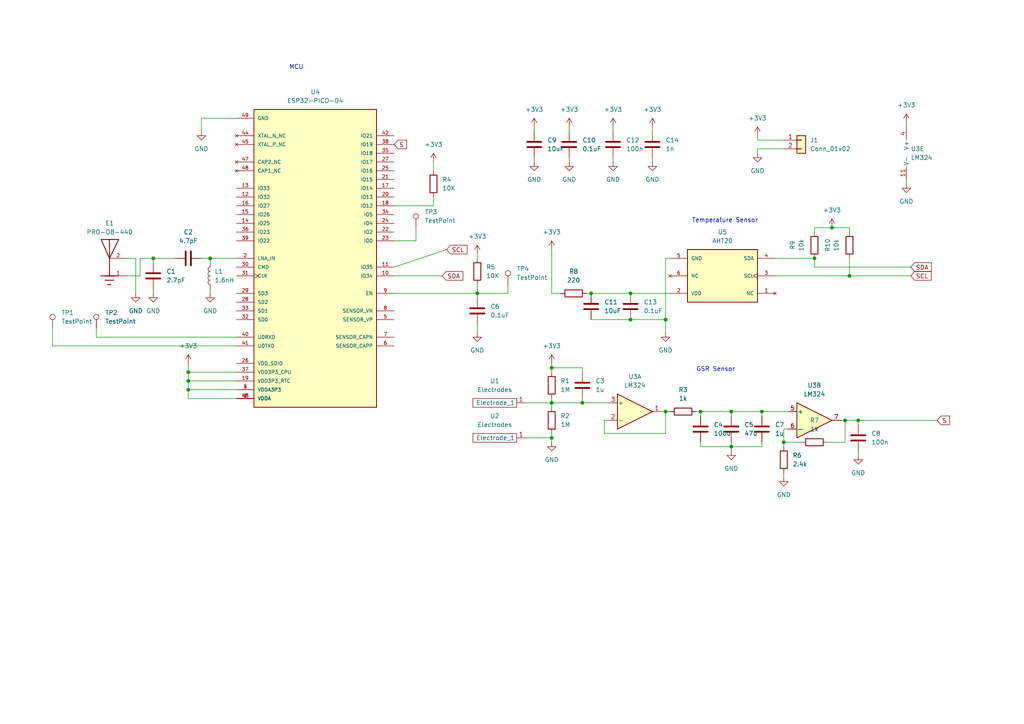
<source format=kicad_sch>
(kicad_sch (version 20211123) (generator eeschema)
  (paper "A4")
  (lib_symbols
    (symbol "Amplifier_Operational:LM324" (pin_names (offset 0.127))
      (property "Reference" "U" (at 0 5.08 0))
      (property "Value" "LM324" (at 0 -5.08 0))
      (symbol "LM324_1_1"
        (polyline (pts (xy -5.08 5.08) (xy 5.08 0) (xy -5.08 -5.08) (xy -5.08 5.08)) (stroke (width 0.254)) (fill (type background)))
        (pin output line (at 7.62 0 180) (length 2.54) (name "~") (number "1"))
        (pin input line (at -7.62 -2.54 0) (length 2.54) (name "-") (number "2"))
        (pin input line (at -7.62 2.54 0) (length 2.54) (name "+") (number "3"))
      )
      (symbol "LM324_2_1"
        (polyline (pts (xy -5.08 5.08) (xy 5.08 0) (xy -5.08 -5.08) (xy -5.08 5.08)) (stroke (width 0.254)) (fill (type background)))
        (pin input line (at -7.62 2.54 0) (length 2.54) (name "+") (number "5"))
        (pin input line (at -7.62 -2.54 0) (length 2.54) (name "-") (number "6"))
        (pin output line (at 7.62 0 180) (length 2.54) (name "~") (number "7"))
      )
      (symbol "LM324_3_1"
        (polyline (pts (xy -5.08 5.08) (xy 5.08 0) (xy -5.08 -5.08) (xy -5.08 5.08)) (stroke (width 0.254)) (fill (type background)))
        (pin input line (at -7.62 2.54 0) (length 2.54) (name "+") (number "10"))
        (pin output line (at 7.62 0 180) (length 2.54) (name "~") (number "8"))
        (pin input line (at -7.62 -2.54 0) (length 2.54) (name "-") (number "9"))
      )
      (symbol "LM324_4_1"
        (polyline (pts (xy -5.08 5.08) (xy 5.08 0) (xy -5.08 -5.08) (xy -5.08 5.08)) (stroke (width 0.254)) (fill (type background)))
        (pin input line (at -7.62 2.54 0) (length 2.54) (name "+") (number "12"))
        (pin input line (at -7.62 -2.54 0) (length 2.54) (name "-") (number "13"))
        (pin output line (at 7.62 0 180) (length 2.54) (name "~") (number "14"))
      )
      (symbol "LM324_5_1"
        (pin power_in line (at -2.54 -7.62 90) (length 3.81) (name "V-") (number "11"))
        (pin power_in line (at -2.54 7.62 270) (length 3.81) (name "V+") (number "4"))
      )
    )
    (symbol "Antenna_440:PRO-OB-440" (pin_names (offset 1.016) hide)
      (property "Reference" "E" (at 2.794 3.302 0))
      (property "Value" "PRO-OB-440" (at 2.667 1.27 0))
      (symbol "PRO-OB-440_0_0"
        (polyline (pts (xy -2.667 5.461) (xy 0 5.461)) (stroke (width 0.254)))
        (polyline (pts (xy -2.54 -5.08) (xy 2.54 -5.08)) (stroke (width 0.254)))
        (polyline (pts (xy -1.27 -6.35) (xy 1.27 -6.35)) (stroke (width 0.254)))
        (polyline (pts (xy -0.381 -7.62) (xy 0.508 -7.62)) (stroke (width 0.254)))
        (polyline (pts (xy 0 -5.08) (xy -1.27 -5.08)) (stroke (width 0.254)))
        (polyline (pts (xy 0 -5.08) (xy 1.27 -5.08)) (stroke (width 0.254)))
        (polyline (pts (xy 0 0) (xy -2.667 5.461)) (stroke (width 0.254)))
        (polyline (pts (xy 0 0) (xy 0 -5.08)) (stroke (width 0.254)))
        (polyline (pts (xy 0 5.461) (xy 0 0)) (stroke (width 0.254)))
        (polyline (pts (xy 0 5.461) (xy 2.413 5.461)) (stroke (width 0.254)))
        (polyline (pts (xy 2.413 5.461) (xy 0 0)) (stroke (width 0.254)))
        (pin power_in line (at -5.08 -5.08 0) (length 5.08) (name "~") (number "1"))
        (pin input line (at -5.08 0 0) (length 5.08) (name "~") (number "2"))
      )
    )
    (symbol "Connector:TestPoint" (pin_numbers hide) (pin_names (offset 0.762) hide)
      (property "Reference" "TP" (at 0 6.858 0))
      (property "Value" "TestPoint" (at 0 5.08 0))
      (symbol "TestPoint_0_1"
        (circle (center 0 3.302) (radius 0.762))
      )
      (symbol "TestPoint_1_1"
        (pin passive line (at 0 0 90) (length 2.54) (name "1") (number "1"))
      )
    )
    (symbol "Connector_Generic:Conn_01x02" (pin_names (offset 1.016) hide)
      (property "Reference" "J" (at 0 2.54 0))
      (property "Value" "Conn_01x02" (at 0 -5.08 0))
      (symbol "Conn_01x02_1_1"
        (rectangle (start -1.27 -2.413) (end 0 -2.667) (stroke (width 0.1524)))
        (rectangle (start -1.27 0.127) (end 0 -0.127) (stroke (width 0.1524)))
        (rectangle (start -1.27 1.27) (end 1.27 -3.81) (stroke (width 0.254)) (fill (type background)))
        (pin passive line (at -5.08 0 0) (length 3.81) (name "Pin_1") (number "1"))
        (pin passive line (at -5.08 -2.54 0) (length 3.81) (name "Pin_2") (number "2"))
      )
    )
    (symbol "Device:C" (pin_numbers hide) (pin_names (offset 0.254))
      (property "Reference" "C" (at 0.635 2.54 0))
      (property "Value" "C" (at 0.635 -2.54 0))
      (symbol "C_0_1"
        (polyline (pts (xy -2.032 -0.762) (xy 2.032 -0.762)) (stroke (width 0.508)))
        (polyline (pts (xy -2.032 0.762) (xy 2.032 0.762)) (stroke (width 0.508)))
      )
      (symbol "C_1_1"
        (pin passive line (at 0 3.81 270) (length 2.794) (name "~") (number "1"))
        (pin passive line (at 0 -3.81 90) (length 2.794) (name "~") (number "2"))
      )
    )
    (symbol "Device:L" (pin_numbers hide) (pin_names (offset 1.016) hide)
      (property "Reference" "L" (at -1.27 0 90))
      (property "Value" "L" (at 1.905 0 90))
      (symbol "L_0_1"
        (arc (start 0 -2.54) (mid 0.635 -1.905) (end 0 -1.27))
        (arc (start 0 -1.27) (mid 0.635 -0.635) (end 0 0))
        (arc (start 0 0) (mid 0.635 0.635) (end 0 1.27))
        (arc (start 0 1.27) (mid 0.635 1.905) (end 0 2.54))
      )
      (symbol "L_1_1"
        (pin passive line (at 0 3.81 270) (length 1.27) (name "1") (number "1"))
        (pin passive line (at 0 -3.81 90) (length 1.27) (name "2") (number "2"))
      )
    )
    (symbol "Device:R" (pin_numbers hide) (pin_names (offset 0))
      (property "Reference" "R" (at 2.032 0 90))
      (property "Value" "R" (at 0 0 90))
      (symbol "R_0_1"
        (rectangle (start -1.016 -2.54) (end 1.016 2.54) (stroke (width 0.254)))
      )
      (symbol "R_1_1"
        (pin passive line (at 0 3.81 270) (length 1.27) (name "~") (number "1"))
        (pin passive line (at 0 -3.81 90) (length 1.27) (name "~") (number "2"))
      )
    )
    (symbol "Electrodes:Electrodes"
      (property "Reference" "U" (at -8.89 2.54 0))
      (property "Value" "Electrodes" (at 0 2.54 0))
      (symbol "Electrodes_0_1"
        (rectangle (start -11.43 -1.27) (end -11.43 1.27))
        (rectangle (start -11.43 1.27) (end -5.08 1.27))
        (rectangle (start -5.08 -1.27) (end -11.43 -1.27))
        (rectangle (start -5.08 -1.27) (end -1.27 -1.27))
        (rectangle (start -5.08 1.27) (end -1.27 1.27))
        (rectangle (start -1.27 -1.27) (end 1.27 -1.27))
        (rectangle (start -1.27 1.27) (end 1.27 1.27))
        (rectangle (start 1.27 1.27) (end 1.27 -1.27))
      )
      (symbol "Electrodes_1_1"
        (pin output line (at 3.81 0 180) (length 2.54) (name "Electrode_1") (number "1"))
      )
    )
    (symbol "MCU_ESP32:ESP32-PICO-D4" (pin_names (offset 1.016))
      (property "Reference" "U" (at -17.78 44.069 0))
      (property "Value" "ESP32-PICO-D4" (at -17.78 -45.72 0))
      (symbol "ESP32-PICO-D4_0_0"
        (rectangle (start -17.78 -43.18) (end 17.78 43.18) (stroke (width 0.254)) (fill (type background)))
        (pin power_in line (at 22.86 40.64 180) (length 5.08) (name "VDDA") (number "1"))
        (pin input line (at -22.86 5.08 0) (length 5.08) (name "IO34") (number "10"))
        (pin input line (at -22.86 2.54 0) (length 5.08) (name "IO35") (number "11"))
        (pin bidirectional line (at 22.86 -17.78 180) (length 5.08) (name "IO32") (number "12"))
        (pin bidirectional line (at 22.86 -20.32 180) (length 5.08) (name "IO33") (number "13"))
        (pin bidirectional line (at 22.86 -10.16 180) (length 5.08) (name "IO25") (number "14"))
        (pin bidirectional line (at 22.86 -12.7 180) (length 5.08) (name "IO26") (number "15"))
        (pin bidirectional line (at 22.86 -15.24 180) (length 5.08) (name "IO27") (number "16"))
        (pin bidirectional line (at -22.86 -20.32 0) (length 5.08) (name "IO14") (number "17"))
        (pin bidirectional line (at -22.86 -15.24 0) (length 5.08) (name "IO12") (number "18"))
        (pin power_in line (at 22.86 35.56 180) (length 5.08) (name "VDD3P3_RTC") (number "19"))
        (pin bidirectional line (at 22.86 0 180) (length 5.08) (name "LNA_IN") (number "2"))
        (pin bidirectional line (at -22.86 -17.78 0) (length 5.08) (name "IO13") (number "20"))
        (pin bidirectional line (at -22.86 -22.86 0) (length 5.08) (name "IO15") (number "21"))
        (pin bidirectional line (at -22.86 -7.62 0) (length 5.08) (name "IO2") (number "22"))
        (pin bidirectional line (at -22.86 -5.08 0) (length 5.08) (name "IO0") (number "23"))
        (pin bidirectional line (at -22.86 -10.16 0) (length 5.08) (name "IO4") (number "24"))
        (pin bidirectional line (at -22.86 -25.4 0) (length 5.08) (name "IO16") (number "25"))
        (pin power_in line (at 22.86 30.48 180) (length 5.08) (name "VDD_SDIO") (number "26"))
        (pin bidirectional line (at -22.86 -27.94 0) (length 5.08) (name "IO17") (number "27"))
        (pin bidirectional line (at 22.86 12.7 180) (length 5.08) (name "SD2") (number "28"))
        (pin bidirectional line (at 22.86 10.16 180) (length 5.08) (name "SD3") (number "29"))
        (pin power_in line (at 22.86 38.1 180) (length 5.08) (name "VDDA3P3") (number "3"))
        (pin bidirectional line (at 22.86 2.54 180) (length 5.08) (name "CMD") (number "30"))
        (pin bidirectional clock (at 22.86 5.08 180) (length 5.08) (name "CLK") (number "31"))
        (pin bidirectional line (at 22.86 17.78 180) (length 5.08) (name "SD0") (number "32"))
        (pin bidirectional line (at 22.86 15.24 180) (length 5.08) (name "SD1") (number "33"))
        (pin bidirectional line (at -22.86 -12.7 0) (length 5.08) (name "IO5") (number "34"))
        (pin bidirectional line (at -22.86 -30.48 0) (length 5.08) (name "IO18") (number "35"))
        (pin bidirectional line (at 22.86 -7.62 180) (length 5.08) (name "IO23") (number "36"))
        (pin power_in line (at 22.86 33.02 180) (length 5.08) (name "VDD3P3_CPU") (number "37"))
        (pin bidirectional line (at -22.86 -33.02 0) (length 5.08) (name "IO19") (number "38"))
        (pin bidirectional line (at 22.86 -5.08 180) (length 5.08) (name "IO22") (number "39"))
        (pin power_in line (at 22.86 38.1 180) (length 5.08) (name "VDDA3P3") (number "4"))
        (pin bidirectional line (at 22.86 22.86 180) (length 5.08) (name "U0RXD") (number "40"))
        (pin bidirectional line (at 22.86 25.4 180) (length 5.08) (name "U0TXD") (number "41"))
        (pin bidirectional line (at -22.86 -35.56 0) (length 5.08) (name "IO21") (number "42"))
        (pin power_in line (at 22.86 40.64 180) (length 5.08) (name "VDDA") (number "43"))
        (pin no_connect line (at 22.86 -35.56 180) (length 5.08) (name "XTAL_N_NC") (number "44"))
        (pin no_connect line (at 22.86 -33.02 180) (length 5.08) (name "XTAL_P_NC") (number "45"))
        (pin power_in line (at 22.86 40.64 180) (length 5.08) (name "VDDA") (number "46"))
        (pin no_connect line (at 22.86 -27.94 180) (length 5.08) (name "CAP2_NC") (number "47"))
        (pin no_connect line (at 22.86 -25.4 180) (length 5.08) (name "CAP1_NC") (number "48"))
        (pin power_in line (at 22.86 -40.64 180) (length 5.08) (name "GND") (number "49"))
        (pin input line (at -22.86 17.78 0) (length 5.08) (name "SENSOR_VP") (number "5"))
        (pin input line (at -22.86 25.4 0) (length 5.08) (name "SENSOR_CAPP") (number "6"))
        (pin input line (at -22.86 22.86 0) (length 5.08) (name "SENSOR_CAPN") (number "7"))
        (pin input line (at -22.86 15.24 0) (length 5.08) (name "SENSOR_VN") (number "8"))
        (pin input line (at -22.86 10.16 0) (length 5.08) (name "EN") (number "9"))
      )
    )
    (symbol "Temp_Sensors:AHT20" (pin_names (offset 1.016))
      (property "Reference" "U" (at -10.16 8.509 0))
      (property "Value" "AHT20" (at -10.16 -10.16 0))
      (symbol "AHT20_0_0"
        (rectangle (start -10.16 -7.62) (end 10.16 7.62) (stroke (width 0.254)) (fill (type background)))
        (pin no_connect line (at -15.24 5.08 0) (length 5.08) (name "NC") (number "1"))
        (pin power_in line (at 15.24 5.08 180) (length 5.08) (name "VDD") (number "2"))
        (pin input clock (at -15.24 0 0) (length 5.08) (name "SCL") (number "3"))
        (pin bidirectional line (at -15.24 -5.08 0) (length 5.08) (name "SDA") (number "4"))
        (pin power_in line (at 15.24 -5.08 180) (length 5.08) (name "GND") (number "5"))
        (pin no_connect line (at 15.24 0 180) (length 5.08) (name "NC") (number "6"))
      )
    )
    (symbol "power:+3.3V" (power) (pin_names (offset 0))
      (property "Value" "+3.3V" (at 0 3.556 0))
      (symbol "+3.3V_0_1"
        (polyline (pts (xy -0.762 1.27) (xy 0 2.54)))
        (polyline (pts (xy 0 0) (xy 0 2.54)))
        (polyline (pts (xy 0 2.54) (xy 0.762 1.27)))
      )
      (symbol "+3.3V_1_1"
        (pin power_in line (at 0 0 90) (length 0) hide (name "+3V3") (number "1"))
      )
    )
    (symbol "power:+3V3" (power) (pin_names (offset 0))
      (property "Value" "+3V3" (at 0 3.556 0))
      (symbol "+3V3_0_1"
        (polyline (pts (xy -0.762 1.27) (xy 0 2.54)))
        (polyline (pts (xy 0 0) (xy 0 2.54)))
        (polyline (pts (xy 0 2.54) (xy 0.762 1.27)))
      )
      (symbol "+3V3_1_1"
        (pin power_in line (at 0 0 90) (length 0) hide (name "+3V3") (number "1"))
      )
    )
    (symbol "power:GND" (power) (pin_names (offset 0))
      (property "Value" "GND" (at 0 -3.81 0))
      (symbol "GND_0_1"
        (polyline (pts (xy 0 0) (xy 0 -1.27) (xy 1.27 -1.27) (xy 0 -2.54) (xy -1.27 -1.27) (xy 0 -1.27)))
      )
      (symbol "GND_1_1"
        (pin power_in line (at 0 0 270) (length 0) hide (name "GND") (number "1"))
      )
    )
  )
  (junction (at 227.33 128.27))
  (junction (at 44.45 74.93))
  (junction (at 54.61 107.95))
  (junction (at 160.02 116.84))
  (junction (at 182.88 85.09))
  (junction (at 54.61 110.49))
  (junction (at 220.98 119.38))
  (junction (at 193.04 92.71))
  (junction (at 182.88 92.71))
  (junction (at 241.3 66.04))
  (junction (at 212.09 129.54))
  (junction (at 138.43 85.09))
  (junction (at 236.22 74.93))
  (junction (at 248.92 121.92))
  (junction (at 193.04 119.38))
  (junction (at 60.96 74.93))
  (junction (at 171.45 85.09))
  (junction (at 203.2 119.38))
  (junction (at 160.02 106.68))
  (junction (at 212.09 119.38))
  (junction (at 160.02 127))
  (junction (at 246.38 80.01))
  (junction (at 54.61 113.03))
  (junction (at 168.91 116.84))
  (junction (at 245.11 121.92))
  (wire (pts (xy 212.09 119.38) (xy 220.98 119.38)))
  (wire (pts (xy 138.43 93.98) (xy 138.43 96.52)))
  (wire (pts (xy 54.61 107.95) (xy 54.61 105.41)))
  (wire (pts (xy 246.38 66.04) (xy 241.3 66.04)))
  (wire (pts (xy 194.31 74.93) (xy 193.04 74.93)))
  (wire (pts (xy 236.22 67.31) (xy 236.22 66.04)))
  (wire (pts (xy 168.91 116.84) (xy 176.53 116.84)))
  (wire (pts (xy 152.4 116.84) (xy 160.02 116.84)))
  (wire (pts (xy 114.3 85.09) (xy 138.43 85.09)))
  (wire (pts (xy 220.98 119.38) (xy 228.6 119.38)))
  (wire (pts (xy 182.88 92.71) (xy 193.04 92.71)))
  (wire (pts (xy 203.2 128.27) (xy 203.2 129.54)))
  (wire (pts (xy 54.61 115.57) (xy 54.61 113.03)))
  (wire (pts (xy 248.92 121.92) (xy 271.78 121.92)))
  (wire (pts (xy 160.02 115.57) (xy 160.02 116.84)))
  (wire (pts (xy 44.45 74.93) (xy 50.8 74.93)))
  (wire (pts (xy 68.58 115.57) (xy 54.61 115.57)))
  (wire (pts (xy 193.04 119.38) (xy 191.77 119.38)))
  (wire (pts (xy 40.64 80.01) (xy 40.64 74.93)))
  (wire (pts (xy 27.94 97.79) (xy 27.94 95.25)))
  (wire (pts (xy 36.83 80.01) (xy 40.64 80.01)))
  (wire (pts (xy 168.91 107.95) (xy 168.91 106.68)))
  (wire (pts (xy 138.43 85.09) (xy 147.32 85.09)))
  (wire (pts (xy 58.42 38.1) (xy 58.42 34.29)))
  (wire (pts (xy 171.45 85.09) (xy 182.88 85.09)))
  (wire (pts (xy 248.92 123.19) (xy 248.92 121.92)))
  (wire (pts (xy 262.89 35.56) (xy 262.89 36.83)))
  (wire (pts (xy 227.33 128.27) (xy 227.33 124.46)))
  (wire (pts (xy 245.11 128.27) (xy 245.11 121.92)))
  (wire (pts (xy 60.96 83.82) (xy 60.96 85.09)))
  (wire (pts (xy 160.02 127) (xy 160.02 125.73)))
  (wire (pts (xy 220.98 129.54) (xy 220.98 128.27)))
  (wire (pts (xy 240.03 128.27) (xy 245.11 128.27)))
  (wire (pts (xy 212.09 128.27) (xy 212.09 129.54)))
  (wire (pts (xy 162.56 85.09) (xy 160.02 85.09)))
  (wire (pts (xy 175.26 125.73) (xy 193.04 125.73)))
  (wire (pts (xy 114.3 69.85) (xy 120.65 69.85)))
  (wire (pts (xy 203.2 119.38) (xy 212.09 119.38)))
  (wire (pts (xy 60.96 74.93) (xy 68.58 74.93)))
  (wire (pts (xy 168.91 106.68) (xy 160.02 106.68)))
  (wire (pts (xy 160.02 116.84) (xy 160.02 118.11)))
  (wire (pts (xy 44.45 74.93) (xy 44.45 76.2)))
  (wire (pts (xy 262.89 52.07) (xy 262.89 53.34)))
  (wire (pts (xy 168.91 115.57) (xy 168.91 116.84)))
  (wire (pts (xy 245.11 121.92) (xy 243.84 121.92)))
  (wire (pts (xy 220.98 119.38) (xy 220.98 120.65)))
  (wire (pts (xy 193.04 74.93) (xy 193.04 92.71)))
  (wire (pts (xy 203.2 129.54) (xy 212.09 129.54)))
  (wire (pts (xy 246.38 67.31) (xy 246.38 66.04)))
  (wire (pts (xy 189.23 45.72) (xy 189.23 46.99)))
  (wire (pts (xy 58.42 34.29) (xy 68.58 34.29)))
  (wire (pts (xy 201.93 119.38) (xy 203.2 119.38)))
  (wire (pts (xy 171.45 92.71) (xy 182.88 92.71)))
  (wire (pts (xy 212.09 129.54) (xy 212.09 130.81)))
  (wire (pts (xy 193.04 92.71) (xy 193.04 96.52)))
  (wire (pts (xy 227.33 128.27) (xy 232.41 128.27)))
  (wire (pts (xy 114.3 80.01) (xy 128.27 80.01)))
  (wire (pts (xy 248.92 130.81) (xy 248.92 132.08)))
  (wire (pts (xy 165.1 45.72) (xy 165.1 46.99)))
  (wire (pts (xy 193.04 119.38) (xy 194.31 119.38)))
  (wire (pts (xy 175.26 121.92) (xy 175.26 125.73)))
  (wire (pts (xy 212.09 129.54) (xy 220.98 129.54)))
  (wire (pts (xy 54.61 107.95) (xy 68.58 107.95)))
  (wire (pts (xy 40.64 74.93) (xy 44.45 74.93)))
  (wire (pts (xy 54.61 113.03) (xy 54.61 110.49)))
  (wire (pts (xy 236.22 77.47) (xy 264.16 77.47)))
  (wire (pts (xy 219.71 39.37) (xy 219.71 40.64)))
  (wire (pts (xy 138.43 82.55) (xy 138.43 85.09)))
  (wire (pts (xy 160.02 127) (xy 160.02 128.27)))
  (wire (pts (xy 248.92 121.92) (xy 245.11 121.92)))
  (wire (pts (xy 54.61 110.49) (xy 68.58 110.49)))
  (wire (pts (xy 125.73 57.15) (xy 125.73 59.69)))
  (wire (pts (xy 68.58 100.33) (xy 15.24 100.33)))
  (wire (pts (xy 193.04 125.73) (xy 193.04 119.38)))
  (wire (pts (xy 147.32 82.55) (xy 147.32 85.09)))
  (wire (pts (xy 154.94 45.72) (xy 154.94 46.99)))
  (wire (pts (xy 203.2 119.38) (xy 203.2 120.65)))
  (wire (pts (xy 224.79 80.01) (xy 246.38 80.01)))
  (wire (pts (xy 125.73 59.69) (xy 114.3 59.69)))
  (wire (pts (xy 168.91 116.84) (xy 160.02 116.84)))
  (wire (pts (xy 182.88 85.09) (xy 194.31 85.09)))
  (wire (pts (xy 189.23 36.83) (xy 189.23 38.1)))
  (wire (pts (xy 120.65 69.85) (xy 120.65 66.04)))
  (wire (pts (xy 60.96 74.93) (xy 60.96 76.2)))
  (wire (pts (xy 152.4 127) (xy 160.02 127)))
  (wire (pts (xy 68.58 113.03) (xy 54.61 113.03)))
  (wire (pts (xy 39.37 74.93) (xy 36.83 74.93)))
  (wire (pts (xy 138.43 85.09) (xy 138.43 86.36)))
  (wire (pts (xy 165.1 36.83) (xy 165.1 38.1)))
  (wire (pts (xy 177.8 36.83) (xy 177.8 38.1)))
  (wire (pts (xy 125.73 46.99) (xy 125.73 49.53)))
  (wire (pts (xy 39.37 74.93) (xy 39.37 85.09)))
  (wire (pts (xy 114.3 77.47) (xy 129.54 72.39)))
  (wire (pts (xy 227.33 124.46) (xy 228.6 124.46)))
  (wire (pts (xy 177.8 45.72) (xy 177.8 46.99)))
  (wire (pts (xy 176.53 121.92) (xy 175.26 121.92)))
  (wire (pts (xy 160.02 106.68) (xy 160.02 107.95)))
  (wire (pts (xy 219.71 40.64) (xy 227.33 40.64)))
  (wire (pts (xy 227.33 129.54) (xy 227.33 128.27)))
  (wire (pts (xy 160.02 105.41) (xy 160.02 106.68)))
  (wire (pts (xy 54.61 110.49) (xy 54.61 107.95)))
  (wire (pts (xy 160.02 85.09) (xy 160.02 72.39)))
  (wire (pts (xy 212.09 119.38) (xy 212.09 120.65)))
  (wire (pts (xy 246.38 74.93) (xy 246.38 80.01)))
  (wire (pts (xy 15.24 100.33) (xy 15.24 95.25)))
  (wire (pts (xy 236.22 66.04) (xy 241.3 66.04)))
  (wire (pts (xy 219.71 43.18) (xy 219.71 44.45)))
  (wire (pts (xy 68.58 97.79) (xy 27.94 97.79)))
  (wire (pts (xy 138.43 73.66) (xy 138.43 74.93)))
  (wire (pts (xy 236.22 77.47) (xy 236.22 74.93)))
  (wire (pts (xy 44.45 83.82) (xy 44.45 85.09)))
  (wire (pts (xy 224.79 74.93) (xy 236.22 74.93)))
  (wire (pts (xy 219.71 43.18) (xy 227.33 43.18)))
  (wire (pts (xy 154.94 36.83) (xy 154.94 38.1)))
  (wire (pts (xy 227.33 137.16) (xy 227.33 138.43)))
  (wire (pts (xy 58.42 74.93) (xy 60.96 74.93)))
  (wire (pts (xy 246.38 80.01) (xy 264.16 80.01)))
  (wire (pts (xy 170.18 85.09) (xy 171.45 85.09)))
  (text "GSR Sensor" (at 201.93 107.95 0) (effects (font (size 1.27 1.27)) (justify left bottom)))
  (text "Temperature Sensor\n" (at 200.66 64.77 0) (effects (font (size 1.27 1.27)) (justify left bottom)))
  (text "MCU" (at 83.82 20.32 0) (effects (font (size 1.27 1.27)) (justify left bottom)))
  (global_label "SCL" (shape input) (at 129.54 72.39 0) (property "Intersheet References" "${INTERSHEET_REFS}" (effects hide)))
  (global_label "S" (shape input) (at 114.3 41.91 0) (property "Intersheet References" "${INTERSHEET_REFS}" (effects hide)))
  (global_label "SCL" (shape input) (at 264.16 80.01 0) (property "Intersheet References" "${INTERSHEET_REFS}" (effects hide)))
  (global_label "SDA" (shape input) (at 128.27 80.01 0) (property "Intersheet References" "${INTERSHEET_REFS}" (effects hide)))
  (global_label "SDA" (shape input) (at 264.16 77.47 0) (property "Intersheet References" "${INTERSHEET_REFS}" (effects hide)))
  (global_label "S" (shape input) (at 271.78 121.92 0) (property "Intersheet References" "${INTERSHEET_REFS}" (effects hide)))
  (symbol (lib_id "Connector:TestPoint") (at 120.65 66.04 0) (unit 1)
    (property "Reference" "TP3" (at 123.19 61.4679 0) (effects (justify left)))
    (property "Value" "TestPoint" (at 123.19 64.0079 0) (effects (justify left)))
    (property "Footprint" "TestPoint:TestPoint_Pad_D1.5mm" (effects hide))
  )
  (symbol (lib_id "power:GND") (at 193.04 96.52 0) (unit 1)
    (property "Reference" "#PWR023" (effects hide))
    (property "Value" "GND" (at 193.04 101.6 0))
  )
  (symbol (lib_id "Device:C") (at 54.61 74.93 90) (unit 1)
    (property "Reference" "C2" (at 54.61 67.31 90))
    (property "Value" "4.7pF" (at 54.61 69.85 90))
    (property "Footprint" "Capacitor_SMD:C_1206_3216Metric" (effects hide))
  )
  (symbol (lib_id "Electrodes:Electrodes") (at 148.59 127 0) (unit 1)
    (property "Reference" "U2" (at 143.51 120.65 0))
    (property "Value" "Electrodes" (at 143.51 123.19 0))
    (property "Footprint" "Electrode:Electrode" (effects hide))
  )
  (symbol (lib_id "power:GND") (at 165.1 46.99 0) (unit 1)
    (property "Reference" "#PWR018" (effects hide))
    (property "Value" "GND" (at 165.1 52.07 0))
  )
  (symbol (lib_id "Connector:TestPoint") (at 15.24 95.25 0) (unit 1)
    (property "Reference" "TP1" (at 17.78 90.6779 0) (effects (justify left)))
    (property "Value" "TestPoint" (at 17.78 93.2179 0) (effects (justify left)))
    (property "Footprint" "TestPoint:TestPoint_Pad_D1.5mm" (effects hide))
  )
  (symbol (lib_id "Device:C") (at 171.45 88.9 0) (unit 1)
    (property "Reference" "C11" (at 175.26 87.6299 0) (effects (justify left)))
    (property "Value" "10uF" (at 175.26 90.1699 0) (effects (justify left)))
    (property "Footprint" "Capacitor_SMD:C_1206_3216Metric" (effects hide))
  )
  (symbol (lib_id "Device:C") (at 177.8 41.91 0) (unit 1)
    (property "Reference" "C12" (at 181.61 40.6399 0) (effects (justify left)))
    (property "Value" "100n" (at 181.61 43.1799 0) (effects (justify left)))
    (property "Footprint" "Capacitor_SMD:C_1206_3216Metric" (effects hide))
  )
  (symbol (lib_id "Device:R") (at 236.22 71.12 0) (mirror x) (unit 1)
    (property "Reference" "R9" (at 229.87 71.12 90))
    (property "Value" "10k" (at 232.41 71.12 90))
    (property "Footprint" "Resistor_SMD:R_1206_3216Metric_Pad1.30x1.75mm_HandSolder" (effects hide))
  )
  (symbol (lib_id "Antenna_440:PRO-OB-440") (at 31.75 74.93 0) (mirror y) (unit 1)
    (property "Reference" "E1" (at 31.8135 64.77 0))
    (property "Value" "PRO-OB-440" (at 31.8135 67.31 0))
    (property "Footprint" "Antenna:ANT_PRO-OB-440" (effects hide))
    (property "PARTREV" "3.2" (effects hide))
    (property "MANUFACTURER" "Proant AB" (effects hide))
    (property "MAXIMUM_PACKAGE_HEIGHT" "3.53mm" (effects hide))
    (property "STANDARD" "Manufacturer Recommendations" (effects hide))
  )
  (symbol (lib_id "Temp_Sensors:AHT20") (at 209.55 80.01 180) (unit 1)
    (property "Reference" "U5" (at 209.55 67.31 0))
    (property "Value" "AHT20" (at 209.55 69.85 0))
    (property "Footprint" "PSON100P300X300X110-6N" (effects hide))
    (property "MAXIMUM_PACKAGE_HEIGHT" "1.1mm" (effects hide))
    (property "STANDARD" "IPC 7351B" (effects hide))
    (property "MANUFACTURER" "Asair" (effects hide))
    (property "PARTREV" "V1.0" (effects hide))
  )
  (symbol (lib_id "power:GND") (at 227.33 138.43 0) (unit 1)
    (property "Reference" "#PWR012" (effects hide))
    (property "Value" "GND" (at 227.33 143.51 0))
  )
  (symbol (lib_id "power:GND") (at 58.42 38.1 0) (unit 1)
    (property "Reference" "#PWR04" (effects hide))
    (property "Value" "GND" (at 58.42 43.18 0))
  )
  (symbol (lib_id "Device:R") (at 236.22 128.27 270) (unit 1)
    (property "Reference" "R7" (at 236.22 121.92 90))
    (property "Value" "1k" (at 236.22 124.46 90))
    (property "Footprint" "Resistor_SMD:R_1206_3216Metric_Pad1.30x1.75mm_HandSolder" (effects hide))
  )
  (symbol (lib_id "power:GND") (at 248.92 132.08 0) (unit 1)
    (property "Reference" "#PWR013" (effects hide))
    (property "Value" "GND" (at 248.92 137.16 0))
  )
  (symbol (lib_id "power:GND") (at 219.71 44.45 0) (unit 1)
    (property "Reference" "#PWR025" (effects hide))
    (property "Value" "GND" (at 219.71 49.53 0))
  )
  (symbol (lib_id "Amplifier_Operational:LM324") (at 265.43 44.45 0) (unit 5)
    (property "Reference" "U3" (at 264.16 43.1799 0) (effects (justify left)))
    (property "Value" "LM324" (at 264.16 45.7199 0) (effects (justify left)))
    (property "Footprint" "Package_SO:SOIC-14_3.9x8.7mm_P1.27mm" (effects hide))
    (property "Datasheet" "http://www.ti.com/lit/ds/symlink/lm2902-n.pdf" (effects hide))
  )
  (symbol (lib_id "power:+3.3V") (at 160.02 72.39 0) (unit 1)
    (property "Reference" "#PWR016" (effects hide))
    (property "Value" "+3.3V" (at 160.02 67.31 0))
  )
  (symbol (lib_id "power:+3V3") (at 125.73 46.99 0) (unit 1)
    (property "Reference" "#PWR09" (effects hide))
    (property "Value" "+3V3" (at 125.73 41.91 0))
  )
  (symbol (lib_id "Device:C") (at 154.94 41.91 0) (unit 1)
    (property "Reference" "C9" (at 158.75 40.6399 0) (effects (justify left)))
    (property "Value" "10uF" (at 158.75 43.1799 0) (effects (justify left)))
    (property "Footprint" "Capacitor_SMD:C_1206_3216Metric" (effects hide))
  )
  (symbol (lib_id "power:+3.3V") (at 241.3 66.04 0) (unit 1)
    (property "Reference" "#PWR026" (effects hide))
    (property "Value" "+3.3V" (at 241.3 60.96 0))
  )
  (symbol (lib_id "Device:R") (at 227.33 133.35 0) (unit 1)
    (property "Reference" "R6" (at 229.87 132.0799 0) (effects (justify left)))
    (property "Value" "2.4k" (at 229.87 134.6199 0) (effects (justify left)))
    (property "Footprint" "Resistor_SMD:R_1206_3216Metric_Pad1.30x1.75mm_HandSolder" (effects hide))
  )
  (symbol (lib_id "Device:C") (at 165.1 41.91 0) (unit 1)
    (property "Reference" "C10" (at 168.91 40.6399 0) (effects (justify left)))
    (property "Value" "0.1uF" (at 168.91 43.1799 0) (effects (justify left)))
    (property "Footprint" "Capacitor_SMD:C_1206_3216Metric" (effects hide))
  )
  (symbol (lib_id "power:GND") (at 160.02 128.27 0) (unit 1)
    (property "Reference" "#PWR07" (effects hide))
    (property "Value" "GND" (at 160.02 133.35 0))
  )
  (symbol (lib_id "power:+3.3V") (at 189.23 36.83 0) (unit 1)
    (property "Reference" "#PWR021" (effects hide))
    (property "Value" "+3.3V" (at 189.23 31.75 0))
  )
  (symbol (lib_id "Device:R") (at 166.37 85.09 90) (mirror x) (unit 1)
    (property "Reference" "R8" (at 166.37 78.74 90))
    (property "Value" "220" (at 166.37 81.28 90))
    (property "Footprint" "Resistor_SMD:R_1206_3216Metric_Pad1.30x1.75mm_HandSolder" (effects hide))
  )
  (symbol (lib_id "power:GND") (at 189.23 46.99 0) (unit 1)
    (property "Reference" "#PWR022" (effects hide))
    (property "Value" "GND" (at 189.23 52.07 0))
  )
  (symbol (lib_id "power:GND") (at 177.8 46.99 0) (unit 1)
    (property "Reference" "#PWR020" (effects hide))
    (property "Value" "GND" (at 177.8 52.07 0))
  )
  (symbol (lib_id "Connector:TestPoint") (at 27.94 95.25 0) (unit 1)
    (property "Reference" "TP2" (at 30.48 90.6779 0) (effects (justify left)))
    (property "Value" "TestPoint" (at 30.48 93.2179 0) (effects (justify left)))
    (property "Footprint" "TestPoint:TestPoint_Pad_D1.5mm" (effects hide))
  )
  (symbol (lib_id "Amplifier_Operational:LM324") (at 236.22 121.92 0) (unit 2)
    (property "Reference" "U3" (at 236.22 111.76 0))
    (property "Value" "LM324" (at 236.22 114.3 0))
    (property "Footprint" "Package_SO:SOIC-14_3.9x8.7mm_P1.27mm" (effects hide))
    (property "Datasheet" "http://www.ti.com/lit/ds/symlink/lm2902-n.pdf" (effects hide))
  )
  (symbol (lib_id "Connector:TestPoint") (at 147.32 82.55 0) (unit 1)
    (property "Reference" "TP4" (at 149.86 77.9779 0) (effects (justify left)))
    (property "Value" "TestPoint" (at 149.86 80.5179 0) (effects (justify left)))
    (property "Footprint" "TestPoint:TestPoint_Pad_D1.5mm" (effects hide))
  )
  (symbol (lib_id "Device:C") (at 138.43 90.17 0) (unit 1)
    (property "Reference" "C6" (at 142.24 88.8999 0) (effects (justify left)))
    (property "Value" "0.1uF" (at 142.24 91.4399 0) (effects (justify left)))
    (property "Footprint" "Capacitor_SMD:C_1206_3216Metric" (effects hide))
  )
  (symbol (lib_id "Device:C") (at 248.92 127 0) (unit 1)
    (property "Reference" "C8" (at 252.73 125.7299 0) (effects (justify left)))
    (property "Value" "100n" (at 252.73 128.2699 0) (effects (justify left)))
    (property "Footprint" "Capacitor_SMD:C_1206_3216Metric" (effects hide))
  )
  (symbol (lib_id "Device:R") (at 138.43 78.74 0) (unit 1)
    (property "Reference" "R5" (at 140.97 77.4699 0) (effects (justify left)))
    (property "Value" "10K" (at 140.97 80.0099 0) (effects (justify left)))
    (property "Footprint" "Resistor_SMD:R_1206_3216Metric_Pad1.30x1.75mm_HandSolder" (effects hide))
  )
  (symbol (lib_id "Device:C") (at 203.2 124.46 0) (unit 1)
    (property "Reference" "C4" (at 207.01 123.1899 0) (effects (justify left)))
    (property "Value" "100u" (at 207.01 125.7299 0) (effects (justify left)))
    (property "Footprint" "Capacitor_SMD:C_1206_3216Metric" (effects hide))
  )
  (symbol (lib_id "power:GND") (at 154.94 46.99 0) (unit 1)
    (property "Reference" "#PWR015" (effects hide))
    (property "Value" "GND" (at 154.94 52.07 0))
  )
  (symbol (lib_id "power:+3.3V") (at 177.8 36.83 0) (unit 1)
    (property "Reference" "#PWR019" (effects hide))
    (property "Value" "+3.3V" (at 177.8 31.75 0))
  )
  (symbol (lib_id "power:+3.3V") (at 262.89 35.56 0) (unit 1)
    (property "Reference" "#PWR027" (effects hide))
    (property "Value" "+3.3V" (at 262.89 30.48 0))
  )
  (symbol (lib_id "Device:R") (at 198.12 119.38 90) (mirror x) (unit 1)
    (property "Reference" "R3" (at 198.12 113.03 90))
    (property "Value" "1k" (at 198.12 115.57 90))
    (property "Footprint" "Resistor_SMD:R_1206_3216Metric_Pad1.30x1.75mm_HandSolder" (effects hide))
  )
  (symbol (lib_id "power:GND") (at 138.43 96.52 0) (unit 1)
    (property "Reference" "#PWR011" (effects hide))
    (property "Value" "GND" (at 138.43 101.6 0))
  )
  (symbol (lib_id "Amplifier_Operational:LM324") (at 184.15 119.38 0) (unit 1)
    (property "Reference" "U3" (at 184.15 109.22 0))
    (property "Value" "LM324" (at 184.15 111.76 0))
    (property "Footprint" "Package_SO:SOIC-14_3.9x8.7mm_P1.27mm" (effects hide))
    (property "Datasheet" "http://www.ti.com/lit/ds/symlink/lm2902-n.pdf" (effects hide))
  )
  (symbol (lib_id "power:GND") (at 44.45 85.09 0) (unit 1)
    (property "Reference" "#PWR02" (effects hide))
    (property "Value" "GND" (at 44.45 90.17 0))
  )
  (symbol (lib_id "power:+3.3V") (at 219.71 39.37 0) (unit 1)
    (property "Reference" "#PWR024" (effects hide))
    (property "Value" "+3.3V" (at 219.71 34.29 0))
  )
  (symbol (lib_id "Device:R") (at 160.02 121.92 0) (unit 1)
    (property "Reference" "R2" (at 162.56 120.6499 0) (effects (justify left)))
    (property "Value" "1M" (at 162.56 123.1899 0) (effects (justify left)))
    (property "Footprint" "Resistor_SMD:R_1206_3216Metric_Pad1.30x1.75mm_HandSolder" (effects hide))
  )
  (symbol (lib_id "Device:R") (at 160.02 111.76 0) (unit 1)
    (property "Reference" "R1" (at 162.56 110.4899 0) (effects (justify left)))
    (property "Value" "1M" (at 162.56 113.0299 0) (effects (justify left)))
    (property "Footprint" "Resistor_SMD:R_1206_3216Metric_Pad1.30x1.75mm_HandSolder" (effects hide))
  )
  (symbol (lib_id "Device:C") (at 168.91 111.76 0) (unit 1)
    (property "Reference" "C3" (at 172.72 110.4899 0) (effects (justify left)))
    (property "Value" "1u" (at 172.72 113.0299 0) (effects (justify left)))
    (property "Footprint" "Capacitor_SMD:C_1206_3216Metric" (effects hide))
  )
  (symbol (lib_id "power:GND") (at 212.09 130.81 0) (unit 1)
    (property "Reference" "#PWR08" (effects hide))
    (property "Value" "GND" (at 212.09 135.89 0))
  )
  (symbol (lib_id "Electrodes:Electrodes") (at 148.59 116.84 0) (unit 1)
    (property "Reference" "U1" (at 143.51 110.49 0))
    (property "Value" "Electrodes" (at 143.51 113.03 0))
    (property "Footprint" "Electrode:Electrode" (effects hide))
  )
  (symbol (lib_id "Device:L") (at 60.96 80.01 180) (unit 1)
    (property "Reference" "L1" (at 62.23 78.7399 0) (effects (justify right)))
    (property "Value" "1.6nH" (at 62.23 81.2799 0) (effects (justify right)))
    (property "Footprint" "Inductor_SMD:L_0805_2012Metric_Pad1.15x1.40mm_HandSolder" (effects hide))
  )
  (symbol (lib_id "MCU_ESP32:ESP32-PICO-D4") (at 91.44 74.93 180) (unit 1)
    (property "Reference" "U4" (at 91.44 26.67 0))
    (property "Value" "ESP32-PICO-D4" (at 91.44 29.21 0))
    (property "Footprint" "ESP_32:PQFN50P700X700X104-49N" (effects hide))
    (property "PARTREV" "v1.9" (effects hide))
    (property "MANUFACTURER" "Espressif Systems" (effects hide))
    (property "MAXIMUM_PACKAGE_HEIGHT" "1.04 mm" (effects hide))
    (property "STANDARD" "IPC 7351B" (effects hide))
  )
  (symbol (lib_id "Device:R") (at 125.73 53.34 0) (unit 1)
    (property "Reference" "R4" (at 128.27 52.0699 0) (effects (justify left)))
    (property "Value" "10K" (at 128.27 54.6099 0) (effects (justify left)))
    (property "Footprint" "Resistor_SMD:R_1206_3216Metric_Pad1.30x1.75mm_HandSolder" (effects hide))
  )
  (symbol (lib_id "Connector_Generic:Conn_01x02") (at 232.41 40.64 0) (unit 1)
    (property "Reference" "J1" (at 234.95 40.6399 0) (effects (justify left)))
    (property "Value" "Conn_01x02" (at 234.95 43.1799 0) (effects (justify left)))
    (property "Footprint" "Connector_PinHeader_2.54mm:PinHeader_1x02_P2.54mm_Vertical" (effects hide))
  )
  (symbol (lib_id "power:+3V3") (at 154.94 36.83 0) (unit 1)
    (property "Reference" "#PWR014" (effects hide))
    (property "Value" "+3V3" (at 154.94 31.75 0))
  )
  (symbol (lib_id "power:+3V3") (at 165.1 36.83 0) (unit 1)
    (property "Reference" "#PWR017" (effects hide))
    (property "Value" "+3V3" (at 165.1 31.75 0))
  )
  (symbol (lib_id "power:GND") (at 39.37 85.09 0) (unit 1)
    (property "Reference" "#PWR01" (effects hide))
    (property "Value" "GND" (at 39.37 90.17 0))
  )
  (symbol (lib_id "power:+3.3V") (at 160.02 105.41 0) (unit 1)
    (property "Reference" "#PWR06" (effects hide))
    (property "Value" "+3.3V" (at 160.02 100.33 0))
  )
  (symbol (lib_id "Device:C") (at 182.88 88.9 0) (unit 1)
    (property "Reference" "C13" (at 186.69 87.6299 0) (effects (justify left)))
    (property "Value" "0.1uF" (at 186.69 90.1699 0) (effects (justify left)))
    (property "Footprint" "Capacitor_SMD:C_1206_3216Metric" (effects hide))
  )
  (symbol (lib_id "power:GND") (at 60.96 85.09 0) (unit 1)
    (property "Reference" "#PWR05" (effects hide))
    (property "Value" "GND" (at 60.96 90.17 0))
  )
  (symbol (lib_id "Device:C") (at 220.98 124.46 0) (unit 1)
    (property "Reference" "C7" (at 224.79 123.1899 0) (effects (justify left)))
    (property "Value" "1u" (at 224.79 125.7299 0) (effects (justify left)))
    (property "Footprint" "Capacitor_SMD:C_1206_3216Metric" (effects hide))
  )
  (symbol (lib_id "Device:C") (at 44.45 80.01 180) (unit 1)
    (property "Reference" "C1" (at 48.26 78.7399 0) (effects (justify right)))
    (property "Value" "2.7pF" (at 48.26 81.2799 0) (effects (justify right)))
    (property "Footprint" "Capacitor_SMD:C_1206_3216Metric" (effects hide))
  )
  (symbol (lib_id "Device:C") (at 212.09 124.46 0) (unit 1)
    (property "Reference" "C5" (at 215.9 123.1899 0) (effects (justify left)))
    (property "Value" "47u" (at 215.9 125.7299 0) (effects (justify left)))
    (property "Footprint" "Capacitor_SMD:C_1206_3216Metric" (effects hide))
  )
  (symbol (lib_id "power:GND") (at 262.89 53.34 0) (unit 1)
    (property "Reference" "#PWR028" (effects hide))
    (property "Value" "GND" (at 262.89 58.42 0))
  )
  (symbol (lib_id "power:+3V3") (at 54.61 105.41 0) (unit 1)
    (property "Reference" "#PWR03" (effects hide))
    (property "Value" "+3V3" (at 54.61 100.33 0))
  )
  (symbol (lib_id "Device:C") (at 189.23 41.91 0) (unit 1)
    (property "Reference" "C14" (at 193.04 40.6399 0) (effects (justify left)))
    (property "Value" "1n" (at 193.04 43.1799 0) (effects (justify left)))
    (property "Footprint" "Capacitor_SMD:C_1206_3216Metric" (effects hide))
  )
  (symbol (lib_id "Device:R") (at 246.38 71.12 0) (mirror x) (unit 1)
    (property "Reference" "R10" (at 240.03 71.12 90))
    (property "Value" "10k" (at 242.57 71.12 90))
    (property "Footprint" "Resistor_SMD:R_1206_3216Metric_Pad1.30x1.75mm_HandSolder" (effects hide))
  )
  (symbol (lib_id "power:+3V3") (at 138.43 73.66 0) (unit 1)
    (property "Reference" "#PWR010" (effects hide))
    (property "Value" "+3V3" (at 138.43 68.58 0))
  )
)
</source>
